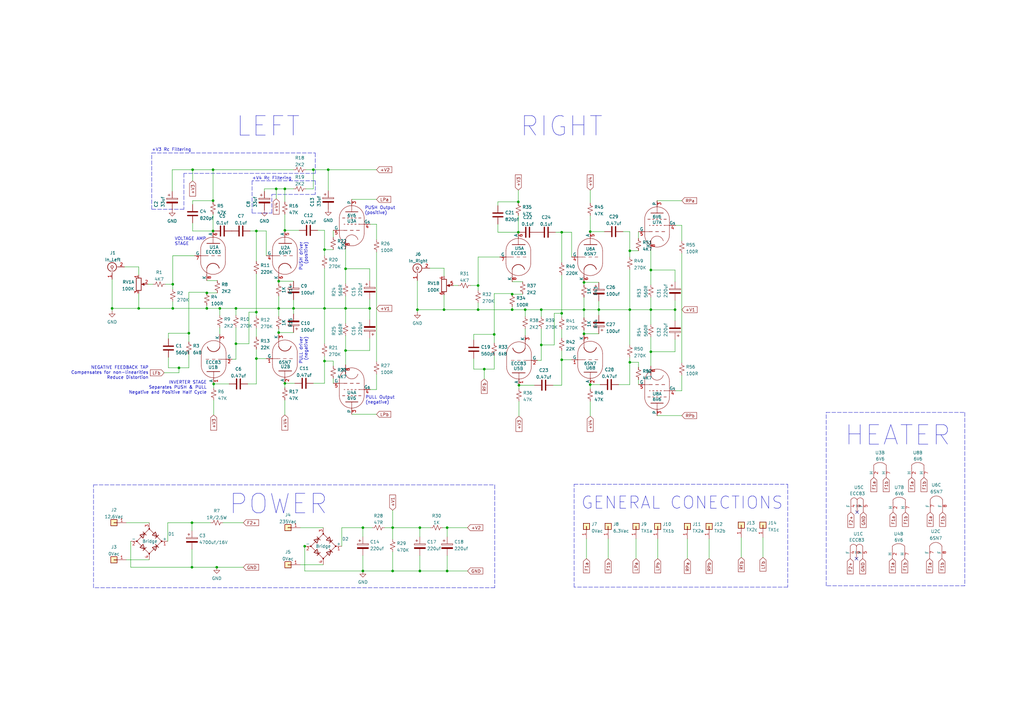
<source format=kicad_sch>
(kicad_sch (version 20211123) (generator eeschema)
  (paper "A3")
  (junction (at 78.994 69.596))
  (junction (at 242.062 94.996))
  (junction (at 266.954 110.744))
  (junction (at 230.378 147.574))
  (junction (at 258.318 127))
  (junction (at 245.618 127))
  (junction (at 239.522 127))
  (junction (at 215.392 127))
  (junction (at 116.84 94.488))
  (junction (at 230.378 95.25))
  (junction (at 70.866 126.492))
  (junction (at 78.74 214.376))
  (junction (at 133.096 148.082))
  (junction (at 221.996 141.478))
  (junction (at 116.84 157.226))
  (junction (at 221.996 127))
  (junction (at 171.196 127))
  (junction (at 56.896 126.492))
  (junction (at 239.522 115.824))
  (junction (at 96.774 126.492))
  (junction (at 161.036 216.408))
  (junction (at 210.058 127))
  (junction (at 133.096 102.362))
  (junction (at 148.844 216.408))
  (junction (at 128.524 69.596))
  (junction (at 151.638 126.492))
  (junction (at 77.47 136.652))
  (junction (at 105.156 147.066))
  (junction (at 258.318 102.87))
  (junction (at 183.388 216.408))
  (junction (at 196.088 127))
  (junction (at 96.774 140.97))
  (junction (at 212.598 82.804))
  (junction (at 212.598 95.25))
  (junction (at 212.852 157.988))
  (junction (at 116.84 77.47))
  (junction (at 73.406 150.876))
  (junction (at 141.732 110.236))
  (junction (at 198.628 151.384))
  (junction (at 114.3 136.398))
  (junction (at 239.522 136.906))
  (junction (at 70.866 116.586))
  (junction (at 134.62 69.596))
  (junction (at 84.836 126.492))
  (junction (at 196.088 117.094))
  (junction (at 141.732 143.764))
  (junction (at 148.844 234.188))
  (junction (at 105.156 128.016))
  (junction (at 182.118 127))
  (junction (at 113.284 77.47))
  (junction (at 87.63 157.48))
  (junction (at 45.974 126.492))
  (junction (at 114.3 115.316))
  (junction (at 210.058 120.65))
  (junction (at 87.376 94.742))
  (junction (at 90.17 126.492))
  (junction (at 114.3 126.492))
  (junction (at 133.096 126.492))
  (junction (at 120.396 126.492))
  (junction (at 88.9 232.664))
  (junction (at 202.692 137.16))
  (junction (at 172.212 234.188))
  (junction (at 84.836 120.142))
  (junction (at 87.376 69.596))
  (junction (at 242.062 157.734))
  (junction (at 172.212 216.408))
  (junction (at 276.86 127))
  (junction (at 87.376 82.296))
  (junction (at 141.732 126.492))
  (junction (at 78.74 232.664))
  (junction (at 266.954 144.272))
  (junction (at 266.954 127))
  (junction (at 258.318 148.59))
  (junction (at 105.156 94.742))
  (junction (at 124.968 224.028))
  (junction (at 230.378 128.524))
  (junction (at 183.388 234.188))
  (junction (at 161.036 234.188))
  (no_connect (at 351.536 210.058))
  (no_connect (at 351.282 229.108))
  (wire (pts (xy 67.818 116.586) (xy 70.866 116.586)))
  (wire (pts (xy 151.638 138.684) (xy 151.638 143.764)))
  (wire (pts (xy 113.284 77.47) (xy 116.84 77.47)))
  (wire (pts (xy 247.904 94.996) (xy 242.062 94.996)))
  (wire (pts (xy 105.156 107.188) (xy 105.156 94.742)))
  (wire (pts (xy 133.096 157.226) (xy 133.096 148.082)))
  (wire (pts (xy 148.844 234.188) (xy 161.036 234.188)))
  (wire (pts (xy 245.618 127) (xy 258.318 127)))
  (wire (pts (xy 148.844 216.408) (xy 148.844 220.218)))
  (wire (pts (xy 133.096 94.488) (xy 133.096 102.362)))
  (wire (pts (xy 261.874 155.702) (xy 261.874 157.734)))
  (wire (pts (xy 204.216 91.948) (xy 204.216 95.25)))
  (wire (pts (xy 221.996 127) (xy 221.996 129.794)))
  (wire (pts (xy 260.858 220.98) (xy 260.858 229.108)))
  (wire (pts (xy 230.378 143.764) (xy 230.378 147.574)))
  (wire (pts (xy 90.17 126.492) (xy 96.774 126.492)))
  (wire (pts (xy 154.432 103.378) (xy 154.432 148.336)))
  (wire (pts (xy 210.058 120.396) (xy 202.692 120.396)))
  (wire (pts (xy 45.974 126.492) (xy 56.896 126.492)))
  (wire (pts (xy 120.396 126.492) (xy 120.396 128.778)))
  (wire (pts (xy 221.996 134.874) (xy 221.996 141.478)))
  (polyline (pts (xy 323.088 240.792) (xy 235.458 240.792)))
  (wire (pts (xy 181.61 216.408) (xy 183.388 216.408)))
  (wire (pts (xy 276.86 115.57) (xy 276.86 110.744)))
  (polyline (pts (xy 395.732 169.164) (xy 395.732 240.284)))
  (wire (pts (xy 281.94 220.98) (xy 281.94 229.108)))
  (wire (pts (xy 198.628 151.384) (xy 198.628 155.448)))
  (wire (pts (xy 183.388 216.408) (xy 191.77 216.408)))
  (wire (pts (xy 87.376 69.596) (xy 120.396 69.596)))
  (wire (pts (xy 73.406 150.876) (xy 73.406 152.908)))
  (wire (pts (xy 78.994 82.296) (xy 78.994 83.82)))
  (wire (pts (xy 128.524 69.596) (xy 125.476 69.596)))
  (wire (pts (xy 258.318 127) (xy 266.954 127)))
  (polyline (pts (xy 38.354 241.046) (xy 38.354 198.882)))
  (wire (pts (xy 78.994 69.596) (xy 78.994 74.168)))
  (wire (pts (xy 86.36 214.376) (xy 78.74 214.376)))
  (wire (pts (xy 258.318 105.41) (xy 258.318 102.87)))
  (wire (pts (xy 114.3 115.316) (xy 114.3 115.062)))
  (wire (pts (xy 239.522 121.92) (xy 239.522 127)))
  (polyline (pts (xy 235.458 198.628) (xy 323.088 198.628)))
  (polyline (pts (xy 111.506 87.376) (xy 111.506 79.756)))
  (wire (pts (xy 239.522 127) (xy 245.618 127)))
  (wire (pts (xy 87.63 164.084) (xy 87.63 170.18)))
  (wire (pts (xy 226.822 157.988) (xy 230.378 157.988)))
  (wire (pts (xy 105.156 143.256) (xy 105.156 147.066)))
  (wire (pts (xy 105.156 112.268) (xy 105.156 128.016)))
  (wire (pts (xy 230.378 95.25) (xy 227.838 95.25)))
  (wire (pts (xy 258.318 148.59) (xy 258.318 146.558)))
  (wire (pts (xy 245.618 123.444) (xy 245.618 127)))
  (wire (pts (xy 84.836 119.888) (xy 77.47 119.888)))
  (wire (pts (xy 120.396 115.316) (xy 114.3 115.316)))
  (wire (pts (xy 87.376 69.596) (xy 87.376 82.296)))
  (wire (pts (xy 312.928 220.472) (xy 312.928 228.6)))
  (wire (pts (xy 77.47 136.652) (xy 77.47 140.208)))
  (wire (pts (xy 109.22 104.902) (xy 109.22 94.742)))
  (wire (pts (xy 125.476 77.47) (xy 128.524 77.47)))
  (wire (pts (xy 276.86 139.192) (xy 276.86 144.272)))
  (wire (pts (xy 261.874 148.59) (xy 258.318 148.59)))
  (wire (pts (xy 116.84 157.226) (xy 120.904 157.226)))
  (wire (pts (xy 269.494 82.296) (xy 279.654 82.296)))
  (wire (pts (xy 196.088 127) (xy 210.058 127)))
  (wire (pts (xy 114.3 134.874) (xy 114.3 136.398)))
  (wire (pts (xy 70.866 126.492) (xy 70.866 123.698)))
  (wire (pts (xy 60.706 116.586) (xy 62.738 116.586)))
  (wire (pts (xy 133.096 126.492) (xy 133.096 140.97)))
  (wire (pts (xy 96.774 126.492) (xy 114.3 126.492)))
  (wire (pts (xy 133.096 109.982) (xy 133.096 126.492)))
  (wire (pts (xy 279.654 92.456) (xy 277.114 92.456)))
  (wire (pts (xy 141.732 126.492) (xy 151.638 126.492)))
  (wire (pts (xy 96.774 134.366) (xy 96.774 140.97)))
  (wire (pts (xy 69.088 150.876) (xy 73.406 150.876)))
  (wire (pts (xy 68.834 214.376) (xy 68.834 221.996)))
  (wire (pts (xy 144.272 81.788) (xy 154.432 81.788)))
  (wire (pts (xy 70.612 78.486) (xy 70.612 69.596)))
  (polyline (pts (xy 75.438 71.12) (xy 75.438 85.852)))
  (wire (pts (xy 239.522 136.906) (xy 239.522 137.414)))
  (wire (pts (xy 141.732 143.764) (xy 141.732 149.606)))
  (wire (pts (xy 196.088 127) (xy 196.088 124.206)))
  (wire (pts (xy 101.6 157.48) (xy 105.156 157.48)))
  (wire (pts (xy 266.954 127) (xy 266.954 133.096)))
  (wire (pts (xy 120.396 122.936) (xy 120.396 126.492)))
  (wire (pts (xy 258.318 94.996) (xy 258.318 102.87)))
  (wire (pts (xy 99.822 232.664) (xy 88.9 232.664)))
  (wire (pts (xy 122.682 94.488) (xy 116.84 94.488)))
  (wire (pts (xy 215.392 134.874) (xy 215.392 137.668)))
  (wire (pts (xy 212.852 157.988) (xy 219.202 157.988)))
  (wire (pts (xy 227.33 128.524) (xy 227.33 141.478)))
  (wire (pts (xy 242.062 77.978) (xy 242.062 83.312)))
  (wire (pts (xy 204.978 105.41) (xy 196.088 105.41)))
  (polyline (pts (xy 395.732 240.284) (xy 338.836 240.284)))
  (wire (pts (xy 172.212 234.188) (xy 183.388 234.188)))
  (wire (pts (xy 116.84 164.084) (xy 116.84 170.18)))
  (wire (pts (xy 212.852 157.988) (xy 212.852 159.512)))
  (wire (pts (xy 78.994 91.44) (xy 78.994 94.742)))
  (wire (pts (xy 210.058 120.65) (xy 214.376 120.65)))
  (wire (pts (xy 133.096 126.492) (xy 141.732 126.492)))
  (wire (pts (xy 230.378 128.524) (xy 227.33 128.524)))
  (wire (pts (xy 212.852 164.592) (xy 212.852 170.688)))
  (wire (pts (xy 90.17 134.366) (xy 90.17 137.16)))
  (wire (pts (xy 230.378 112.776) (xy 230.378 128.524)))
  (wire (pts (xy 161.036 226.314) (xy 161.036 234.188)))
  (wire (pts (xy 183.388 216.408) (xy 183.388 220.218)))
  (wire (pts (xy 120.396 126.492) (xy 133.096 126.492)))
  (wire (pts (xy 116.84 77.47) (xy 120.396 77.47)))
  (wire (pts (xy 161.036 234.188) (xy 172.212 234.188)))
  (wire (pts (xy 154.432 91.948) (xy 151.892 91.948)))
  (wire (pts (xy 266.954 138.176) (xy 266.954 144.272)))
  (wire (pts (xy 105.156 134.62) (xy 105.156 138.176)))
  (wire (pts (xy 114.3 126.492) (xy 114.3 129.794)))
  (wire (pts (xy 56.896 120.396) (xy 56.896 126.492)))
  (wire (pts (xy 171.196 115.062) (xy 171.196 127)))
  (wire (pts (xy 239.522 135.382) (xy 239.522 136.906)))
  (wire (pts (xy 123.19 216.408) (xy 132.588 216.408)))
  (wire (pts (xy 258.318 157.734) (xy 258.318 148.59)))
  (wire (pts (xy 276.86 110.744) (xy 266.954 110.744)))
  (wire (pts (xy 87.376 82.296) (xy 78.994 82.296)))
  (wire (pts (xy 242.062 157.734) (xy 242.062 159.512)))
  (wire (pts (xy 130.302 94.488) (xy 133.096 94.488)))
  (wire (pts (xy 70.612 69.596) (xy 78.994 69.596)))
  (wire (pts (xy 266.954 144.272) (xy 266.954 150.114)))
  (wire (pts (xy 227.33 141.478) (xy 221.996 141.478)))
  (wire (pts (xy 124.968 223.774) (xy 124.968 224.028)))
  (wire (pts (xy 53.594 232.664) (xy 78.74 232.664)))
  (wire (pts (xy 242.062 94.996) (xy 242.062 95.25)))
  (wire (pts (xy 212.598 77.978) (xy 212.598 82.804)))
  (wire (pts (xy 144.272 169.926) (xy 154.432 169.926)))
  (wire (pts (xy 266.954 121.92) (xy 266.954 127)))
  (polyline (pts (xy 202.946 198.882) (xy 202.946 241.046)))
  (wire (pts (xy 84.836 126.492) (xy 90.17 126.492)))
  (wire (pts (xy 116.84 94.488) (xy 116.84 94.742)))
  (wire (pts (xy 230.378 157.988) (xy 230.378 147.574)))
  (wire (pts (xy 245.618 127) (xy 245.618 129.286)))
  (wire (pts (xy 269.494 170.434) (xy 279.654 170.434)))
  (wire (pts (xy 210.058 127) (xy 215.392 127)))
  (wire (pts (xy 84.836 115.062) (xy 89.154 115.062)))
  (polyline (pts (xy 129.286 62.738) (xy 129.286 71.12)))
  (polyline (pts (xy 103.378 87.376) (xy 111.506 87.376)))
  (wire (pts (xy 183.388 234.188) (xy 183.388 227.838)))
  (wire (pts (xy 182.118 127) (xy 196.088 127)))
  (wire (pts (xy 114.3 121.412) (xy 114.3 126.492)))
  (wire (pts (xy 70.866 104.902) (xy 70.866 116.586)))
  (wire (pts (xy 56.896 109.474) (xy 56.896 112.776)))
  (wire (pts (xy 242.062 88.392) (xy 242.062 94.996)))
  (wire (pts (xy 148.844 216.408) (xy 152.654 216.408)))
  (wire (pts (xy 116.84 77.47) (xy 116.84 82.804)))
  (wire (pts (xy 161.036 216.408) (xy 161.036 221.234)))
  (wire (pts (xy 51.816 214.376) (xy 61.214 214.376)))
  (wire (pts (xy 194.31 147.066) (xy 194.31 151.384)))
  (wire (pts (xy 105.156 128.016) (xy 102.108 128.016)))
  (wire (pts (xy 53.594 221.996) (xy 53.594 232.664)))
  (wire (pts (xy 258.318 110.49) (xy 258.318 127)))
  (wire (pts (xy 133.096 102.362) (xy 136.652 102.362)))
  (wire (pts (xy 151.638 126.492) (xy 151.638 131.064)))
  (wire (pts (xy 221.996 141.478) (xy 221.996 147.828)))
  (wire (pts (xy 266.954 110.744) (xy 266.954 116.84)))
  (wire (pts (xy 161.036 209.296) (xy 161.036 216.408)))
  (wire (pts (xy 114.3 126.492) (xy 120.396 126.492)))
  (wire (pts (xy 242.062 164.592) (xy 242.062 170.688)))
  (wire (pts (xy 154.432 159.766) (xy 151.892 159.766)))
  (wire (pts (xy 230.378 147.574) (xy 234.442 147.574)))
  (polyline (pts (xy 62.23 62.738) (xy 129.286 62.738)))
  (wire (pts (xy 78.994 69.596) (xy 87.376 69.596)))
  (wire (pts (xy 109.22 94.742) (xy 105.156 94.742)))
  (wire (pts (xy 151.638 110.236) (xy 141.732 110.236)))
  (wire (pts (xy 102.108 128.016) (xy 102.108 140.97)))
  (wire (pts (xy 171.196 127) (xy 171.196 128.016)))
  (wire (pts (xy 45.974 126.492) (xy 45.974 127.508)))
  (wire (pts (xy 87.63 157.48) (xy 93.98 157.48)))
  (wire (pts (xy 212.598 88.392) (xy 212.598 95.25)))
  (wire (pts (xy 239.522 127) (xy 239.522 130.302)))
  (wire (pts (xy 124.968 234.188) (xy 148.844 234.188)))
  (wire (pts (xy 269.748 220.98) (xy 269.748 229.108)))
  (wire (pts (xy 78.994 94.742) (xy 87.376 94.742)))
  (wire (pts (xy 249.428 220.98) (xy 249.428 229.108)))
  (wire (pts (xy 255.524 94.996) (xy 258.318 94.996)))
  (wire (pts (xy 96.774 140.97) (xy 96.774 147.32)))
  (wire (pts (xy 239.522 115.824) (xy 239.522 116.84)))
  (polyline (pts (xy 338.836 240.284) (xy 338.836 169.164)))
  (wire (pts (xy 105.156 128.016) (xy 105.156 129.54)))
  (wire (pts (xy 51.054 109.474) (xy 56.896 109.474)))
  (wire (pts (xy 221.996 127) (xy 239.522 127)))
  (polyline (pts (xy 338.836 169.164) (xy 395.732 169.164)))
  (wire (pts (xy 84.836 125.222) (xy 84.836 126.492)))
  (wire (pts (xy 261.874 94.996) (xy 261.874 97.79)))
  (wire (pts (xy 140.208 224.028) (xy 140.208 216.408)))
  (wire (pts (xy 45.974 114.554) (xy 45.974 126.492)))
  (wire (pts (xy 69.088 146.558) (xy 69.088 150.876)))
  (polyline (pts (xy 129.286 71.12) (xy 75.438 71.12)))
  (wire (pts (xy 67.31 152.908) (xy 73.406 152.908)))
  (wire (pts (xy 230.378 107.696) (xy 230.378 95.25)))
  (polyline (pts (xy 129.286 74.168) (xy 103.378 74.168)))
  (wire (pts (xy 136.652 94.488) (xy 136.652 97.282)))
  (wire (pts (xy 172.212 216.408) (xy 172.212 220.218)))
  (polyline (pts (xy 111.506 79.756) (xy 129.286 79.756)))
  (wire (pts (xy 212.598 83.312) (xy 212.598 82.804)))
  (wire (pts (xy 84.836 120.142) (xy 89.154 120.142)))
  (wire (pts (xy 114.3 115.316) (xy 114.3 116.332)))
  (wire (pts (xy 185.928 117.094) (xy 187.96 117.094)))
  (wire (pts (xy 105.156 94.742) (xy 102.616 94.742)))
  (polyline (pts (xy 103.378 74.168) (xy 103.378 87.376)))
  (wire (pts (xy 69.088 138.938) (xy 69.088 136.652)))
  (wire (pts (xy 77.47 119.888) (xy 77.47 136.652)))
  (wire (pts (xy 77.47 150.876) (xy 77.47 145.288)))
  (wire (pts (xy 90.17 126.492) (xy 90.17 129.286)))
  (wire (pts (xy 133.096 104.902) (xy 133.096 102.362)))
  (wire (pts (xy 215.392 127) (xy 215.392 129.794)))
  (wire (pts (xy 279.654 153.924) (xy 279.654 160.274)))
  (wire (pts (xy 128.524 157.226) (xy 133.096 157.226)))
  (wire (pts (xy 136.652 150.114) (xy 136.652 148.082)))
  (wire (pts (xy 245.618 115.824) (xy 239.522 115.824)))
  (wire (pts (xy 141.732 126.492) (xy 141.732 132.588)))
  (wire (pts (xy 124.968 224.028) (xy 124.968 234.188)))
  (wire (pts (xy 193.04 117.094) (xy 196.088 117.094)))
  (wire (pts (xy 113.284 77.47) (xy 113.284 81.534)))
  (wire (pts (xy 220.472 147.828) (xy 221.996 147.828)))
  (wire (pts (xy 87.376 82.804) (xy 87.376 82.296)))
  (wire (pts (xy 276.86 127) (xy 276.86 131.572)))
  (wire (pts (xy 196.088 117.094) (xy 196.088 119.126)))
  (wire (pts (xy 182.118 120.904) (xy 182.118 127)))
  (wire (pts (xy 204.216 82.804) (xy 204.216 84.328)))
  (wire (pts (xy 196.088 105.41) (xy 196.088 117.094)))
  (wire (pts (xy 266.954 102.616) (xy 266.954 110.744)))
  (wire (pts (xy 151.638 115.062) (xy 151.638 110.236)))
  (wire (pts (xy 194.31 139.446) (xy 194.31 137.16)))
  (wire (pts (xy 148.844 227.838) (xy 148.844 234.188)))
  (wire (pts (xy 172.212 216.408) (xy 176.53 216.408)))
  (wire (pts (xy 230.378 128.524) (xy 230.378 130.048)))
  (wire (pts (xy 136.652 148.082) (xy 133.096 148.082)))
  (wire (pts (xy 261.874 150.622) (xy 261.874 148.59)))
  (polyline (pts (xy 62.23 85.852) (xy 62.23 62.738)))
  (wire (pts (xy 194.31 137.16) (xy 202.692 137.16)))
  (wire (pts (xy 202.692 137.16) (xy 202.692 140.716)))
  (wire (pts (xy 134.62 69.596) (xy 154.432 69.596)))
  (wire (pts (xy 279.654 98.806) (xy 279.654 92.456)))
  (wire (pts (xy 239.522 115.824) (xy 239.522 115.57)))
  (polyline (pts (xy 235.458 240.792) (xy 235.458 198.628)))
  (wire (pts (xy 210.058 125.73) (xy 210.058 127)))
  (wire (pts (xy 154.432 98.298) (xy 154.432 91.948)))
  (wire (pts (xy 116.84 157.226) (xy 116.84 159.004)))
  (wire (pts (xy 204.216 95.25) (xy 212.598 95.25)))
  (wire (pts (xy 210.058 120.396) (xy 210.058 120.65)))
  (wire (pts (xy 141.732 102.108) (xy 141.732 110.236)))
  (wire (pts (xy 171.196 127) (xy 182.118 127)))
  (polyline (pts (xy 75.438 85.852) (xy 62.23 85.852)))
  (wire (pts (xy 157.734 216.408) (xy 161.036 216.408)))
  (wire (pts (xy 116.84 87.884) (xy 116.84 94.488)))
  (wire (pts (xy 230.378 135.128) (xy 230.378 138.684)))
  (wire (pts (xy 202.692 120.396) (xy 202.692 137.16)))
  (wire (pts (xy 108.458 77.47) (xy 113.284 77.47)))
  (polyline (pts (xy 323.088 198.628) (xy 323.088 240.792)))
  (wire (pts (xy 258.318 102.87) (xy 261.874 102.87)))
  (wire (pts (xy 73.406 150.876) (xy 77.47 150.876)))
  (polyline (pts (xy 129.286 74.168) (xy 129.286 79.756)))
  (wire (pts (xy 304.038 220.472) (xy 304.038 228.6)))
  (wire (pts (xy 172.212 227.838) (xy 172.212 234.188)))
  (wire (pts (xy 240.538 220.98) (xy 240.538 229.108)))
  (wire (pts (xy 141.732 137.668) (xy 141.732 143.764)))
  (wire (pts (xy 108.458 78.486) (xy 108.458 77.47)))
  (wire (pts (xy 239.522 136.906) (xy 245.618 136.906)))
  (wire (pts (xy 78.74 214.376) (xy 68.834 214.376)))
  (wire (pts (xy 276.86 144.272) (xy 266.954 144.272)))
  (wire (pts (xy 70.866 126.492) (xy 84.836 126.492)))
  (wire (pts (xy 128.524 77.47) (xy 128.524 69.596)))
  (wire (pts (xy 69.088 136.652) (xy 77.47 136.652)))
  (wire (pts (xy 154.432 153.416) (xy 154.432 159.766)))
  (wire (pts (xy 79.756 104.902) (xy 70.866 104.902)))
  (wire (pts (xy 114.3 136.398) (xy 120.396 136.398)))
  (wire (pts (xy 141.732 121.412) (xy 141.732 126.492)))
  (wire (pts (xy 123.19 231.648) (xy 132.588 231.648)))
  (wire (pts (xy 276.86 123.19) (xy 276.86 127)))
  (wire (pts (xy 198.628 151.384) (xy 202.692 151.384)))
  (wire (pts (xy 95.25 147.32) (xy 96.774 147.32)))
  (wire (pts (xy 105.156 147.066) (xy 109.22 147.066)))
  (wire (pts (xy 176.276 109.982) (xy 182.118 109.982)))
  (wire (pts (xy 212.598 82.804) (xy 204.216 82.804)))
  (wire (pts (xy 290.83 220.98) (xy 290.83 229.108)))
  (wire (pts (xy 210.058 115.57) (xy 214.376 115.57)))
  (wire (pts (xy 87.376 87.884) (xy 87.376 94.742)))
  (wire (pts (xy 56.896 126.492) (xy 70.866 126.492)))
  (wire (pts (xy 114.3 136.398) (xy 114.3 136.906)))
  (wire (pts (xy 134.62 78.232) (xy 134.62 69.596)))
  (wire (pts (xy 151.638 143.764) (xy 141.732 143.764)))
  (wire (pts (xy 161.036 216.408) (xy 172.212 216.408)))
  (wire (pts (xy 183.388 234.188) (xy 191.77 234.188)))
  (wire (pts (xy 234.442 95.25) (xy 230.378 95.25)))
  (wire (pts (xy 279.654 160.274) (xy 277.114 160.274)))
  (wire (pts (xy 234.442 105.41) (xy 234.442 95.25)))
  (wire (pts (xy 96.774 126.492) (xy 96.774 129.286)))
  (wire (pts (xy 141.732 110.236) (xy 141.732 116.332)))
  (wire (pts (xy 279.654 103.886) (xy 279.654 148.844)))
  (wire (pts (xy 182.118 109.982) (xy 182.118 113.284)))
  (wire (pts (xy 242.062 157.734) (xy 246.126 157.734)))
  (wire (pts (xy 51.816 229.616) (xy 61.214 229.616)))
  (wire (pts (xy 194.31 151.384) (xy 198.628 151.384)))
  (wire (pts (xy 91.44 214.376) (xy 99.822 214.376)))
  (wire (pts (xy 202.692 151.384) (xy 202.692 145.796)))
  (wire (pts (xy 134.62 69.596) (xy 128.524 69.596)))
  (wire (pts (xy 253.746 157.734) (xy 258.318 157.734)))
  (wire (pts (xy 87.63 157.48) (xy 87.63 159.004)))
  (wire (pts (xy 105.156 157.48) (xy 105.156 147.066)))
  (wire (pts (xy 88.9 232.664) (xy 78.74 232.664)))
  (polyline (pts (xy 202.946 241.046) (xy 38.354 241.046)))
  (wire (pts (xy 136.652 155.194) (xy 136.652 157.226)))
  (wire (pts (xy 78.74 225.298) (xy 78.74 232.664)))
  (wire (pts (xy 78.74 214.376) (xy 78.74 217.678)))
  (wire (pts (xy 215.392 127) (xy 221.996 127)))
  (wire (pts (xy 84.836 119.888) (xy 84.836 120.142)))
  (wire (pts (xy 266.954 127) (xy 276.86 127)))
  (wire (pts (xy 151.638 122.682) (xy 151.638 126.492)))
  (wire (pts (xy 70.866 116.586) (xy 70.866 118.618)))
  (wire (pts (xy 102.108 140.97) (xy 96.774 140.97)))
  (wire (pts (xy 140.208 216.408) (xy 148.844 216.408)))
  (wire (pts (xy 258.318 127) (xy 258.318 141.478)))
  (polyline (pts (xy 38.354 198.882) (xy 202.946 198.882)))
  (wire (pts (xy 133.096 148.082) (xy 133.096 146.05)))
  (text "GENERAL CONECTIONS\n" (at 238.252 209.296 0) (effects (font (size 5 5)) (justify left bottom)))
  (text "+V4 Rc Filtering" (at 103.378 73.914 0) (effects (font (size 1.27 1.27)) (justify left bottom)))
  (text "INVERTER STAGE\nSeparates PUSH & PULL\nNegative and Positive Half Cycle" (at 84.836 161.798 0) (effects (font (size 1.27 1.27)) (justify right bottom)))
  (text "RIGHT\n" (at 213.106 56.642 0) (effects (font (size 8 8)) (justify left bottom)))
  (text "VOLTAGE AMP\nSTAGE" (at 71.628 100.838 0) (effects (font (size 1.27 1.27)) (justify left bottom)))
  (text "POWER" (at 93.726 211.582 0) (effects (font (size 8 8)) (justify left bottom)))
  (text "PUSH driver\n(positive)" (at 126.238 99.314 270) (effects (font (size 1.27 1.27)) (justify right bottom)))
  (text "PUSH Output\n(positive)" (at 149.606 88.138 0) (effects (font (size 1.27 1.27)) (justify left bottom)))
  (text "NEGATIVE FEEDBACK TAP\nCompensates for non-linearities\nReduce Distortion" (at 60.96 155.702 0) (effects (font (size 1.27 1.27)) (justify right bottom)))
  (text "PULL driver\n(negative)" (at 126.238 138.176 270) (effects (font (size 1.27 1.27)) (justify right bottom)))
  (text "PULL Output\n(negative)" (at 149.86 165.862 0) (effects (font (size 1.27 1.27)) (justify left bottom)))
  (text "LEFT\n" (at 96.52 56.642 0) (effects (font (size 8 8)) (justify left bottom)))
  (text "+V3 Rc Filtering" (at 62.23 62.23 0) (effects (font (size 1.27 1.27)) (justify left bottom)))
  (text "HEATER" (at 346.202 183.388 0) (effects (font (size 8 8)) (justify left bottom)))
  (global_label "F1b" (shape input) (at 363.474 195.834 270) (property "Intersheet References" "${INTERSHEET_REFS}" (effects hide)))
  (global_label "F1a" (shape input) (at 240.538 229.108 270) (property "Intersheet References" "${INTERSHEET_REFS}" (effects hide)))
  (global_label "RPb" (shape input) (at 279.654 170.434 0) (property "Intersheet References" "${INTERSHEET_REFS}" (effects hide)))
  (global_label "GND" (shape input) (at 353.822 229.108 270) (property "Intersheet References" "${INTERSHEET_REFS}" (effects hide)))
  (global_label "F1b" (shape input) (at 378.968 195.834 270) (property "Intersheet References" "${INTERSHEET_REFS}" (effects hide)))
  (global_label "F1a" (shape input) (at 381.254 229.108 270) (property "Intersheet References" "${INTERSHEET_REFS}" (effects hide)))
  (global_label "F1b" (shape input) (at 386.334 229.108 270) (property "Intersheet References" "${INTERSHEET_REFS}" (effects hide)))
  (global_label "F1b" (shape input) (at 386.588 210.058 270) (property "Intersheet References" "${INTERSHEET_REFS}" (effects hide)))
  (global_label "GND" (shape input) (at 99.822 232.664 0) (property "Intersheet References" "${INTERSHEET_REFS}" (effects hide)))
  (global_label "F1a" (shape input) (at 366.268 210.058 270) (property "Intersheet References" "${INTERSHEET_REFS}" (effects hide)))
  (global_label "+V4" (shape input) (at 242.062 77.978 90) (property "Intersheet References" "${INTERSHEET_REFS}" (effects hide)))
  (global_label "F2+" (shape input) (at 348.996 210.058 270) (property "Intersheet References" "${INTERSHEET_REFS}" (effects hide)))
  (global_label "RFb" (shape input) (at 304.038 228.6 270) (property "Intersheet References" "${INTERSHEET_REFS}" (effects hide)))
  (global_label "F1a" (shape input) (at 366.014 229.108 270) (property "Intersheet References" "${INTERSHEET_REFS}" (effects hide)))
  (global_label "+V1" (shape input) (at 154.432 126.492 0) (property "Intersheet References" "${INTERSHEET_REFS}" (effects hide)))
  (global_label "LFb" (shape input) (at 312.928 228.6 270) (property "Intersheet References" "${INTERSHEET_REFS}" (effects hide)))
  (global_label "+V3" (shape input) (at 212.852 170.688 270) (property "Intersheet References" "${INTERSHEET_REFS}" (effects hide)))
  (global_label "RPa" (shape input) (at 279.654 82.296 0) (property "Intersheet References" "${INTERSHEET_REFS}" (effects hide)))
  (global_label "F2+" (shape input) (at 99.822 214.376 0) (property "Intersheet References" "${INTERSHEET_REFS}" (effects hide)))
  (global_label "+V4" (shape input) (at 116.84 170.18 270) (property "Intersheet References" "${INTERSHEET_REFS}" (effects hide)))
  (global_label "+V4" (shape input) (at 113.284 81.534 270) (property "Intersheet References" "${INTERSHEET_REFS}" (effects hide)))
  (global_label "+V3" (shape input) (at 87.63 170.18 270) (property "Intersheet References" "${INTERSHEET_REFS}" (effects hide)))
  (global_label "LPa" (shape input) (at 260.858 229.108 270) (property "Intersheet References" "${INTERSHEET_REFS}" (effects hide)))
  (global_label "+V3" (shape input) (at 78.994 74.168 270) (property "Intersheet References" "${INTERSHEET_REFS}" (effects hide)))
  (global_label "F1b" (shape input) (at 249.428 229.108 270) (property "Intersheet References" "${INTERSHEET_REFS}" (effects hide)))
  (global_label "+V2" (shape input) (at 191.77 216.408 0) (property "Intersheet References" "${INTERSHEET_REFS}" (effects hide)))
  (global_label "LFb" (shape input) (at 67.31 152.908 180) (property "Intersheet References" "${INTERSHEET_REFS}" (effects hide)))
  (global_label "F1a" (shape input) (at 373.888 195.834 270) (property "Intersheet References" "${INTERSHEET_REFS}" (effects hide)))
  (global_label "GND" (shape input) (at 191.77 234.188 0) (property "Intersheet References" "${INTERSHEET_REFS}" (effects hide)))
  (global_label "+V4" (shape input) (at 242.062 170.688 270) (property "Intersheet References" "${INTERSHEET_REFS}" (effects hide)))
  (global_label "F2+" (shape input) (at 348.742 229.108 270) (property "Intersheet References" "${INTERSHEET_REFS}" (effects hide)))
  (global_label "F1b" (shape input) (at 371.094 229.108 270) (property "Intersheet References" "${INTERSHEET_REFS}" (effects hide)))
  (global_label "+V3" (shape input) (at 212.598 77.978 90) (property "Intersheet References" "${INTERSHEET_REFS}" (effects hide)))
  (global_label "F1a" (shape input) (at 381.508 210.058 270) (property "Intersheet References" "${INTERSHEET_REFS}" (effects hide)))
  (global_label "F1a" (shape input) (at 358.394 195.834 270) (property "Intersheet References" "${INTERSHEET_REFS}" (effects hide)))
  (global_label "RFb" (shape input) (at 198.628 155.448 270) (property "Intersheet References" "${INTERSHEET_REFS}" (effects hide)))
  (global_label "RPb" (shape input) (at 290.83 229.108 270) (property "Intersheet References" "${INTERSHEET_REFS}" (effects hide)))
  (global_label "+V1" (shape input) (at 279.654 127 0) (property "Intersheet References" "${INTERSHEET_REFS}" (effects hide)))
  (global_label "+V2" (shape input) (at 154.432 69.596 0) (property "Intersheet References" "${INTERSHEET_REFS}" (effects hide)))
  (global_label "LPa" (shape input) (at 154.432 81.788 0) (property "Intersheet References" "${INTERSHEET_REFS}" (effects hide)))
  (global_label "RPa" (shape input) (at 281.94 229.108 270) (property "Intersheet References" "${INTERSHEET_REFS}" (effects hide)))
  (global_label "LPb" (shape input) (at 269.748 229.108 270) (property "Intersheet References" "${INTERSHEET_REFS}" (effects hide)))
  (global_label "LPb" (shape input) (at 154.432 169.926 0) (property "Intersheet References" "${INTERSHEET_REFS}" (effects hide)))
  (global_label "F1b" (shape input) (at 371.348 210.058 270) (property "Intersheet References" "${INTERSHEET_REFS}" (effects hide)))
  (global_label "GND" (shape input) (at 354.076 210.058 270) (property "Intersheet References" "${INTERSHEET_REFS}" (effects hide)))
  (global_label "+V1" (shape input) (at 161.036 209.296 90) (property "Intersheet References" "${INTERSHEET_REFS}" (effects hide)))
  (symbol (lib_id "Device:C_Polarized") (at 276.86 119.38 0) (unit 1)
    (property "Reference" "C31" (at 270.256 122.174 90) (effects (justify left)))
    (property "Value" "220uf" (at 273.0311 122.174 90) (effects (justify left)))
    (property "Footprint" "Capacitor_THT:CP_Radial_D10.0mm_P5.00mm_P7.50mm" (effects hide))
  )
  (symbol (lib_id "Device:R_Small_US") (at 154.432 100.838 0) (unit 1)
    (property "Reference" "R26" (at 156.083 99.9295 0) (effects (justify left)))
    (property "Value" "100R" (at 156.083 102.7046 0) (effects (justify left)))
    (property "Footprint" "Resistor_THT:R_Axial_DIN0414_L11.9mm_D4.5mm_P15.24mm_Horizontal" (effects hide))
  )
  (symbol (lib_id "Device:R_Small_US") (at 202.692 143.256 0) (unit 1)
    (property "Reference" "R33" (at 204.343 142.3475 0) (effects (justify left)))
    (property "Value" "6k8" (at 204.343 145.1226 0) (effects (justify left)))
    (property "Footprint" "Resistor_THT:R_Axial_DIN0309_L9.0mm_D3.2mm_P12.70mm_Horizontal" (effects hide))
  )
  (symbol (lib_id "Device:C") (at 251.714 94.996 90) (unit 1)
    (property "Reference" "C29" (at 251.714 88.8705 90))
    (property "Value" "0.47uf" (at 251.714 91.6456 90))
    (property "Footprint" "Capacitor_THT:C_Rect_L31.5mm_W9.0mm_P27.50mm_MKS4" (effects hide))
  )
  (symbol (lib_id "Device:R_Small_US") (at 133.096 143.51 180) (unit 1)
    (property "Reference" "R21" (at 134.747 142.6015 0) (effects (justify right)))
    (property "Value" "270K" (at 134.747 145.3766 0) (effects (justify right)))
    (property "Footprint" "Resistor_THT:R_Axial_DIN0309_L9.0mm_D3.2mm_P12.70mm_Horizontal" (effects hide))
  )
  (symbol (lib_id "Device:R_Small_US") (at 141.732 118.872 180) (unit 1)
    (property "Reference" "R24" (at 136.906 121.666 90) (effects (justify right)))
    (property "Value" "560R" (at 139.6811 121.666 90) (effects (justify right)))
    (property "Footprint" "Resistor_THT:R_Axial_DIN0414_L11.9mm_D4.5mm_P15.24mm_Horizontal" (effects hide))
  )
  (symbol (lib_name "6V6_1") (lib_id "Tubes:6V6") (at 368.808 199.898 0) (unit 2)
    (property "Reference" "U7" (at 368.808 199.898 0))
    (property "Value" "6V6" (at 367.03 202.438 0) (effects (justify left)))
    (property "Footprint" "Valve:Valve_Octal" (effects hide))
    (property "Datasheet" " " (effects hide))
  )
  (symbol (lib_id "Device:R_Small_US") (at 242.062 162.052 180) (unit 1)
    (property "Reference" "R46" (at 243.713 161.1435 0) (effects (justify right)))
    (property "Value" "47K" (at 243.713 163.9186 0) (effects (justify right)))
    (property "Footprint" "Resistor_THT:R_Axial_DIN0309_L9.0mm_D3.2mm_P12.70mm_Horizontal" (effects hide))
  )
  (symbol (lib_id "Device:R_Small_US") (at 230.378 132.588 180) (unit 1)
    (property "Reference" "R41" (at 232.029 131.6795 0) (effects (justify right)))
    (property "Value" "270K" (at 232.029 134.4546 0) (effects (justify right)))
    (property "Footprint" "Resistor_THT:R_Axial_DIN0309_L9.0mm_D3.2mm_P12.70mm_Horizontal" (effects hide))
  )
  (symbol (lib_id "Device:C_Polarized") (at 70.612 82.296 0) (unit 1)
    (property "Reference" "C2" (at 64.008 85.09 90) (effects (justify left)))
    (property "Value" "33uf" (at 66.7831 85.09 90) (effects (justify left)))
    (property "Footprint" "Capacitor_THT:CP_Radial_D10.0mm_P5.00mm_P7.50mm" (effects hide))
  )
  (symbol (lib_id "Device:R_Small_US") (at 122.936 69.596 270) (unit 1)
    (property "Reference" "R18" (at 122.936 64.7405 90))
    (property "Value" "2K2" (at 122.936 67.5156 90))
    (property "Footprint" "Resistor_THT:R_Axial_DIN0414_L11.9mm_D4.5mm_P15.24mm_Horizontal" (effects hide))
  )
  (symbol (lib_id "Device:R_Small_US") (at 230.378 141.224 180) (unit 1)
    (property "Reference" "R42" (at 232.029 140.3155 0) (effects (justify right)))
    (property "Value" "22K" (at 232.029 143.0906 0) (effects (justify right)))
    (property "Footprint" "Resistor_THT:R_Axial_DIN0309_L9.0mm_D3.2mm_P12.70mm_Horizontal" (effects hide))
  )
  (symbol (lib_id "Valve:ECC83") (at 212.852 147.828 180) (unit 2)
    (property "Reference" "U5" (at 214.63 151.13 0) (effects (justify left)))
    (property "Value" "ECC83" (at 215.9 149.098 0) (effects (justify left)))
    (property "Footprint" "Valve:Valve_Noval_P" (effects hide))
    (property "Datasheet" "http://www.r-type.org/pdfs/ecc83.pdf" (effects hide))
  )
  (symbol (lib_id "Device:C_Polarized") (at 120.396 132.588 180) (unit 1)
    (property "Reference" "C10" (at 123.317 132.5685 0) (effects (justify right)))
    (property "Value" "100uf" (at 123.317 135.3436 0) (effects (justify right)))
    (property "Footprint" "Capacitor_THT:CP_Radial_D6.3mm_P2.50mm" (effects hide))
  )
  (symbol (lib_id "Device:C") (at 224.028 95.25 90) (unit 1)
    (property "Reference" "C24" (at 224.028 89.1245 90))
    (property "Value" "0.1uf" (at 224.028 91.8996 90))
    (property "Footprint" "Capacitor_THT:C_Rect_L26.5mm_W6.0mm_P22.50mm_MKS4" (effects hide))
  )
  (symbol (lib_id "Device:C_Polarized") (at 276.86 135.382 180) (unit 1)
    (property "Reference" "C32" (at 270.256 138.176 90) (effects (justify right)))
    (property "Value" "220uf" (at 273.0311 138.176 90) (effects (justify right)))
    (property "Footprint" "Capacitor_THT:CP_Radial_D10.0mm_P5.00mm_P7.50mm" (effects hide))
  )
  (symbol (lib_id "power:GND") (at 88.9 232.664 0) (unit 1)
    (property "Reference" "#PWR0110" (effects hide))
    (property "Value" "GND" (at 88.9 237.2265 0))
  )
  (symbol (lib_id "Device:R_Small_US") (at 214.376 118.11 180) (unit 1)
    (property "Reference" "R37" (at 216.027 117.2015 0) (effects (justify right)))
    (property "Value" "2K2" (at 216.027 119.9766 0) (effects (justify right)))
    (property "Footprint" "Resistor_THT:R_Axial_DIN0414_L11.9mm_D4.5mm_P15.24mm_Horizontal" (effects hide))
  )
  (symbol (lib_id "Device:R_Small_US") (at 212.852 162.052 180) (unit 1)
    (property "Reference" "R36" (at 214.503 161.1435 0) (effects (justify right)))
    (property "Value" "47K" (at 214.503 163.9186 0) (effects (justify right)))
    (property "Footprint" "Resistor_THT:R_Axial_DIN0309_L9.0mm_D3.2mm_P12.70mm_Horizontal" (effects hide))
  )
  (symbol (lib_id "Device:R_Small_US") (at 155.194 216.408 90) (unit 1)
    (property "Reference" "R28" (at 155.194 211.5525 90))
    (property "Value" "47R" (at 155.194 214.3276 90))
    (property "Footprint" "Resistor_THT:R_Axial_Power_L25.0mm_W9.0mm_P27.94mm" (effects hide))
  )
  (symbol (lib_id "Device:R_Small_US") (at 141.732 135.128 0) (unit 1)
    (property "Reference" "R25" (at 136.906 137.668 90) (effects (justify left)))
    (property "Value" "560R" (at 139.6811 137.668 90) (effects (justify left)))
    (property "Footprint" "Resistor_THT:R_Axial_DIN0414_L11.9mm_D4.5mm_P15.24mm_Horizontal" (effects hide))
  )
  (symbol (lib_id "Valve:ECC83") (at 87.376 104.902 0) (unit 1)
    (property "Reference" "U1" (at 85.852 101.346 0) (effects (justify left)))
    (property "Value" "ECC83" (at 84.328 103.378 0) (effects (justify left)))
    (property "Footprint" "Valve:Valve_Noval_P" (effects hide))
    (property "Datasheet" "http://www.r-type.org/pdfs/ecc83.pdf" (effects hide))
  )
  (symbol (lib_name "6SN7_1") (lib_id "Tubes:6SN7") (at 383.794 217.678 0) (unit 3)
    (property "Reference" "U2" (at 381.762 217.9509 0) (effects (justify left)))
    (property "Value" "6SN7" (at 381.254 220.726 0) (effects (justify left)))
    (property "Footprint" "Valve:Valve_Octal" (effects hide))
    (property "Datasheet" " " (effects hide))
  )
  (symbol (lib_id "Tubes:6SN7") (at 116.84 147.066 0) (mirror x) (unit 2)
    (property "Reference" "U2" (at 115.062 150.368 0) (effects (justify left)))
    (property "Value" "6SN7" (at 114.3 148.59 0) (effects (justify left)))
    (property "Footprint" "Valve:Valve_Octal" (effects hide))
    (property "Datasheet" " " (effects hide))
  )
  (symbol (lib_id "Connector:Conn_Coaxial") (at 171.196 109.982 90) (unit 1)
    (property "Reference" "J6" (at 171.4892 104.2373 90))
    (property "Value" "In_Right" (at 171.4892 107.0124 90))
    (property "Footprint" "Connector_Wire:SolderWire-0.75sqmm_1x02_P7mm_D1.25mm_OD3.5mm" (effects hide))
    (property "Datasheet" " ~" (effects hide))
  )
  (symbol (lib_id "Device:C") (at 91.186 94.742 90) (unit 1)
    (property "Reference" "C5" (at 91.186 88.6165 90))
    (property "Value" "0.1uf" (at 91.186 91.3916 90))
    (property "Footprint" "Capacitor_THT:C_Rect_L26.5mm_W6.0mm_P22.50mm_MKS4" (effects hide))
  )
  (symbol (lib_id "Device:C_Polarized") (at 108.458 82.296 0) (unit 1)
    (property "Reference" "C8" (at 101.854 85.09 90) (effects (justify left)))
    (property "Value" "33uf" (at 104.6291 85.09 90) (effects (justify left)))
    (property "Footprint" "Capacitor_THT:CP_Radial_D10.0mm_P5.00mm_P7.50mm" (effects hide))
  )
  (symbol (lib_id "Connector_Generic:Conn_01x01") (at 118.11 216.408 180) (unit 1)
    (property "Reference" "J4" (at 118.11 211.1715 0))
    (property "Value" "235Vac" (at 118.11 213.9466 0))
    (property "Footprint" "Connector_Wire:SolderWire-0.75sqmm_1x01_D1.25mm_OD2.3mm" (effects hide))
  )
  (symbol (lib_id "Device:C_Polarized") (at 151.638 118.872 0) (unit 1)
    (property "Reference" "C15" (at 145.034 121.666 90) (effects (justify left)))
    (property "Value" "220uf" (at 147.8091 121.666 90) (effects (justify left)))
    (property "Footprint" "Capacitor_THT:CP_Radial_D10.0mm_P5.00mm_P7.50mm" (effects hide))
  )
  (symbol (lib_id "Device:R_Small_US") (at 242.062 85.852 180) (unit 1)
    (property "Reference" "R45" (at 243.713 84.9435 0) (effects (justify right)))
    (property "Value" "47K" (at 243.713 87.7186 0) (effects (justify right)))
    (property "Footprint" "Resistor_THT:R_Axial_DIN0309_L9.0mm_D3.2mm_P12.70mm_Horizontal" (effects hide))
  )
  (symbol (lib_name "6V6_1") (lib_id "Tubes:6V6") (at 376.428 185.674 0) (unit 2)
    (property "Reference" "U8" (at 376.428 185.674 0))
    (property "Value" "6V6" (at 374.65 188.214 0) (effects (justify left)))
    (property "Footprint" "Valve:Valve_Octal" (effects hide))
    (property "Datasheet" " " (effects hide))
  )
  (symbol (lib_id "Device:C") (at 124.714 157.226 90) (unit 1)
    (property "Reference" "C11" (at 124.714 151.1005 90))
    (property "Value" "0.47uf" (at 124.714 153.8756 90))
    (property "Footprint" "Capacitor_THT:C_Rect_L31.5mm_W9.0mm_P27.50mm_MKS4" (effects hide))
  )
  (symbol (lib_id "Tubes:6V6") (at 269.494 159.004 0) (mirror x) (unit 1)
    (property "Reference" "U8" (at 269.494 161.544 0))
    (property "Value" "6V6" (at 269.494 163.83 0))
    (property "Footprint" "Valve:Valve_Octal" (effects hide))
    (property "Datasheet" " " (effects hide))
  )
  (symbol (lib_id "Device:R_Small_US") (at 89.154 117.602 180) (unit 1)
    (property "Reference" "R8" (at 90.805 116.6935 0) (effects (justify right)))
    (property "Value" "2K2" (at 90.805 119.4686 0) (effects (justify right)))
    (property "Footprint" "Resistor_THT:R_Axial_DIN0414_L11.9mm_D4.5mm_P15.24mm_Horizontal" (effects hide))
  )
  (symbol (lib_id "Device:C") (at 78.994 87.63 0) (unit 1)
    (property "Reference" "C4" (at 81.915 86.7215 0) (effects (justify left)))
    (property "Value" "820pf" (at 81.915 89.4966 0) (effects (justify left)))
    (property "Footprint" "Capacitor_THT:C_Rect_L7.2mm_W3.5mm_P5.00mm_FKS2_FKP2_MKS2_MKP2" (effects hide))
  )
  (symbol (lib_id "Device:R_Small_US") (at 70.866 121.158 180) (unit 1)
    (property "Reference" "R2" (at 72.517 120.2495 0) (effects (justify right)))
    (property "Value" "270K" (at 72.517 123.0246 0) (effects (justify right)))
    (property "Footprint" "Resistor_THT:R_Axial_DIN0309_L9.0mm_D3.2mm_P12.70mm_Horizontal" (effects hide))
  )
  (symbol (lib_id "Device:R_Small_US") (at 65.278 116.586 90) (unit 1)
    (property "Reference" "R1" (at 65.278 111.7305 90))
    (property "Value" "4K7" (at 65.278 114.5056 90))
    (property "Footprint" "Resistor_THT:R_Axial_DIN0309_L9.0mm_D3.2mm_P12.70mm_Horizontal" (effects hide))
  )
  (symbol (lib_id "power:GND") (at 45.974 127.508 0) (unit 1)
    (property "Reference" "#PWR0108" (effects hide))
    (property "Value" "GND" (at 45.974 132.0705 0))
  )
  (symbol (lib_id "Device:R_Small_US") (at 105.156 140.716 180) (unit 1)
    (property "Reference" "R13" (at 106.807 139.8075 0) (effects (justify right)))
    (property "Value" "22K" (at 106.807 142.5826 0) (effects (justify right)))
    (property "Footprint" "Resistor_THT:R_Axial_DIN0309_L9.0mm_D3.2mm_P12.70mm_Horizontal" (effects hide))
  )
  (symbol (lib_id "Device:R_Small_US") (at 105.156 132.08 180) (unit 1)
    (property "Reference" "R12" (at 106.807 131.1715 0) (effects (justify right)))
    (property "Value" "270K" (at 106.807 133.9466 0) (effects (justify right)))
    (property "Footprint" "Resistor_THT:R_Axial_DIN0309_L9.0mm_D3.2mm_P12.70mm_Horizontal" (effects hide))
  )
  (symbol (lib_id "Device:R_Potentiometer_Dual_Separate") (at 56.896 116.586 0) (unit 1)
    (property "Reference" "RV1" (at 55.118 115.6775 0) (effects (justify right)))
    (property "Value" "100K" (at 55.118 118.4526 0) (effects (justify right)))
    (property "Footprint" "Potentiometer_THT:Potentiometer_Alps_RK097_Dual_Horizontal" (effects hide))
  )
  (symbol (lib_id "Device:R_Small_US") (at 261.874 100.33 180) (unit 1)
    (property "Reference" "R51" (at 263.525 99.4215 0) (effects (justify right)))
    (property "Value" "4K7" (at 263.525 102.1966 0) (effects (justify right)))
    (property "Footprint" "Resistor_THT:R_Axial_DIN0309_L9.0mm_D3.2mm_P12.70mm_Horizontal" (effects hide))
  )
  (symbol (lib_id "Tubes:6V6") (at 144.272 93.218 0) (unit 1)
    (property "Reference" "U3" (at 144.272 90.678 0))
    (property "Value" "6V6" (at 144.272 88.392 0))
    (property "Footprint" "Valve:Valve_Octal" (effects hide))
    (property "Datasheet" " " (effects hide))
  )
  (symbol (lib_id "Connector_Generic:Conn_01x01") (at 249.428 215.9 90) (unit 1)
    (property "Reference" "J8" (at 251.46 214.9915 90) (effects (justify right)))
    (property "Value" "6.3Vac " (at 251.46 217.7666 90) (effects (justify right)))
    (property "Footprint" "Connector_Wire:SolderWire-0.75sqmm_1x01_D1.25mm_OD2.3mm" (effects hide))
  )
  (symbol (lib_id "Device:C_Polarized") (at 120.396 119.126 0) (unit 1)
    (property "Reference" "C9" (at 123.317 117.3285 0) (effects (justify left)))
    (property "Value" "100uf" (at 123.317 120.1036 0) (effects (justify left)))
    (property "Footprint" "Capacitor_THT:CP_Radial_D6.3mm_P2.50mm" (effects hide))
  )
  (symbol (lib_id "Tubes:6SN7") (at 116.84 104.902 0) (unit 1)
    (property "Reference" "U2" (at 115.062 101.6 0) (effects (justify left)))
    (property "Value" "6SN7" (at 114.3 103.632 0) (effects (justify left)))
    (property "Footprint" "Valve:Valve_Octal" (effects hide))
    (property "Datasheet" " " (effects hide))
  )
  (symbol (lib_id "Device:R_Small_US") (at 84.836 122.682 180) (unit 1)
    (property "Reference" "R4" (at 86.487 121.7735 0) (effects (justify right)))
    (property "Value" "100R" (at 86.487 124.5486 0) (effects (justify right)))
    (property "Footprint" "Resistor_THT:R_Axial_DIN0309_L9.0mm_D3.2mm_P12.70mm_Horizontal" (effects hide))
  )
  (symbol (lib_id "Device:R_Small_US") (at 136.652 99.822 180) (unit 1)
    (property "Reference" "R22" (at 138.303 98.9135 0) (effects (justify right)))
    (property "Value" "4K7" (at 138.303 101.6886 0) (effects (justify right)))
    (property "Footprint" "Resistor_THT:R_Axial_DIN0309_L9.0mm_D3.2mm_P12.70mm_Horizontal" (effects hide))
  )
  (symbol (lib_id "Device:R_Small_US") (at 261.874 153.162 180) (unit 1)
    (property "Reference" "R52" (at 263.525 152.2535 0) (effects (justify right)))
    (property "Value" "4K7" (at 263.525 155.0286 0) (effects (justify right)))
    (property "Footprint" "Resistor_THT:R_Axial_DIN0309_L9.0mm_D3.2mm_P12.70mm_Horizontal" (effects hide))
  )
  (symbol (lib_name "6V6_1") (lib_id "Tubes:6V6") (at 368.554 218.948 0) (unit 2)
    (property "Reference" "U4" (at 368.554 218.948 0))
    (property "Value" "6V6" (at 366.776 221.488 0) (effects (justify left)))
    (property "Footprint" "Valve:Valve_Octal" (effects hide))
    (property "Datasheet" " " (effects hide))
  )
  (symbol (lib_name "6V6_1") (lib_id "Tubes:6V6") (at 360.934 185.674 0) (unit 2)
    (property "Reference" "U3" (at 360.934 185.674 0))
    (property "Value" "6V6" (at 359.156 188.214 0) (effects (justify left)))
    (property "Footprint" "Valve:Valve_Octal" (effects hide))
    (property "Datasheet" " " (effects hide))
  )
  (symbol (lib_id "Device:C") (at 97.79 157.48 90) (unit 1)
    (property "Reference" "C6" (at 97.79 151.3545 90))
    (property "Value" "0.47uf" (at 97.79 154.1296 90))
    (property "Footprint" "Capacitor_THT:C_Rect_L31.5mm_W9.0mm_P27.50mm_MKS4" (effects hide))
  )
  (symbol (lib_id "Device:R_Small_US") (at 161.036 223.774 180) (unit 1)
    (property "Reference" "R29" (at 162.687 222.8655 0) (effects (justify right)))
    (property "Value" "470K" (at 162.687 225.6406 0) (effects (justify right)))
    (property "Footprint" "Resistor_THT:R_Axial_Power_L25.0mm_W9.0mm_P27.94mm" (effects hide))
  )
  (symbol (lib_id "Device:C") (at 216.408 95.25 90) (unit 1)
    (property "Reference" "C22" (at 216.408 89.1245 90))
    (property "Value" "0.1uf" (at 216.408 91.8996 90))
    (property "Footprint" "Capacitor_THT:C_Rect_L26.5mm_W6.0mm_P22.50mm_MKS4" (effects hide))
  )
  (symbol (lib_id "Device:C") (at 69.088 142.748 180) (unit 1)
    (property "Reference" "C1" (at 72.009 141.8395 0) (effects (justify right)))
    (property "Value" "560pf" (at 72.009 144.6146 0) (effects (justify right)))
    (property "Footprint" "Capacitor_THT:C_Rect_L7.2mm_W3.5mm_P5.00mm_FKS2_FKP2_MKS2_MKP2" (effects hide))
  )
  (symbol (lib_id "Device:C") (at 204.216 88.138 0) (unit 1)
    (property "Reference" "C21" (at 207.137 87.2295 0) (effects (justify left)))
    (property "Value" "820pf" (at 207.137 90.0046 0) (effects (justify left)))
    (property "Footprint" "Capacitor_THT:C_Rect_L7.2mm_W3.5mm_P5.00mm_FKS2_FKP2_MKS2_MKP2" (effects hide))
  )
  (symbol (lib_id "Device:R_Small_US") (at 133.096 107.442 180) (unit 1)
    (property "Reference" "R20" (at 134.747 106.5335 0) (effects (justify right)))
    (property "Value" "270K" (at 134.747 109.3086 0) (effects (justify right)))
    (property "Footprint" "Resistor_THT:R_Axial_DIN0309_L9.0mm_D3.2mm_P12.70mm_Horizontal" (effects hide))
  )
  (symbol (lib_id "power:GND") (at 134.62 85.852 0) (unit 1)
    (property "Reference" "#PWR0106" (effects hide))
    (property "Value" "GND" (at 134.62 90.4145 0))
  )
  (symbol (lib_id "Device:R_Small_US") (at 266.954 135.636 0) (unit 1)
    (property "Reference" "R54" (at 262.128 138.176 90) (effects (justify left)))
    (property "Value" "560R" (at 264.9031 138.176 90) (effects (justify left)))
    (property "Footprint" "Resistor_THT:R_Axial_DIN0414_L11.9mm_D4.5mm_P15.24mm_Horizontal" (effects hide))
  )
  (symbol (lib_id "Connector_Generic:Conn_01x01") (at 46.736 214.376 180) (unit 1)
    (property "Reference" "J2" (at 46.736 209.1395 0))
    (property "Value" "12.6Vac" (at 46.736 211.9146 0))
    (property "Footprint" "Connector_Wire:SolderWire-0.75sqmm_1x01_D1.25mm_OD2.3mm" (effects hide))
  )
  (symbol (lib_id "Connector_Generic:Conn_01x01") (at 312.928 215.392 90) (unit 1)
    (property "Reference" "J14" (at 314.96 214.4835 90) (effects (justify right)))
    (property "Value" "TX1c" (at 314.96 217.2586 90) (effects (justify right)))
    (property "Footprint" "Connector_Wire:SolderWire-0.75sqmm_1x01_D1.25mm_OD2.3mm" (effects hide))
  )
  (symbol (lib_id "Connector_Generic:Conn_01x01") (at 240.538 215.9 90) (unit 1)
    (property "Reference" "J7" (at 242.57 214.9915 90) (effects (justify right)))
    (property "Value" "0Vac " (at 242.57 217.7666 90) (effects (justify right)))
    (property "Footprint" "Connector_Wire:SolderWire-0.75sqmm_1x01_D1.25mm_OD2.3mm" (effects hide))
  )
  (symbol (lib_name "ECC83_1") (lib_id "Valve:ECC83") (at 351.282 217.678 0) (unit 3)
    (property "Reference" "U1" (at 350.012 218.948 0) (effects (justify left)))
    (property "Value" "ECC83" (at 348.234 221.488 0) (effects (justify left)))
    (property "Footprint" "Valve:Valve_Noval_P" (effects hide))
    (property "Datasheet" "http://www.r-type.org/pdfs/ecc83.pdf" (effects hide))
  )
  (symbol (lib_id "Connector_Generic:Conn_01x01") (at 281.94 215.9 90) (unit 1)
    (property "Reference" "J11" (at 283.972 214.9915 90) (effects (justify right)))
    (property "Value" "TX2a" (at 283.972 217.7666 90) (effects (justify right)))
    (property "Footprint" "Connector_Wire:SolderWire-0.75sqmm_1x01_D1.25mm_OD2.3mm" (effects hide))
  )
  (symbol (lib_id "Device:R_Small_US") (at 87.376 85.344 180) (unit 1)
    (property "Reference" "R5" (at 89.027 84.4355 0) (effects (justify right)))
    (property "Value" "47K" (at 89.027 87.2106 0) (effects (justify right)))
    (property "Footprint" "Resistor_THT:R_Axial_DIN0309_L9.0mm_D3.2mm_P12.70mm_Horizontal" (effects hide))
  )
  (symbol (lib_id "Device:R_Small_US") (at 230.378 110.236 180) (unit 1)
    (property "Reference" "R40" (at 232.029 109.3275 0) (effects (justify right)))
    (property "Value" "220K" (at 232.029 112.1026 0) (effects (justify right)))
    (property "Footprint" "Resistor_THT:R_Axial_DIN0309_L9.0mm_D3.2mm_P12.70mm_Horizontal" (effects hide))
  )
  (symbol (lib_id "Device:R_Small_US") (at 96.774 131.826 180) (unit 1)
    (property "Reference" "R10" (at 98.425 130.9175 0) (effects (justify right)))
    (property "Value" "270K" (at 98.425 133.6926 0) (effects (justify right)))
    (property "Footprint" "Resistor_THT:R_Axial_DIN0309_L9.0mm_D3.2mm_P12.70mm_Horizontal" (effects hide))
  )
  (symbol (lib_id "Device:R_Small_US") (at 258.318 107.95 180) (unit 1)
    (property "Reference" "R49" (at 259.969 107.0415 0) (effects (justify right)))
    (property "Value" "270K" (at 259.969 109.8166 0) (effects (justify right)))
    (property "Footprint" "Resistor_THT:R_Axial_DIN0309_L9.0mm_D3.2mm_P12.70mm_Horizontal" (effects hide))
  )
  (symbol (lib_id "Device:R_Small_US") (at 279.654 101.346 0) (unit 1)
    (property "Reference" "R55" (at 281.305 100.4375 0) (effects (justify left)))
    (property "Value" "100R" (at 281.305 103.2126 0) (effects (justify left)))
    (property "Footprint" "Resistor_THT:R_Axial_DIN0414_L11.9mm_D4.5mm_P15.24mm_Horizontal" (effects hide))
  )
  (symbol (lib_name "ECC83_1") (lib_id "Valve:ECC83") (at 351.536 198.628 0) (unit 3)
    (property "Reference" "U5" (at 350.266 199.898 0) (effects (justify left)))
    (property "Value" "ECC83" (at 348.488 202.438 0) (effects (justify left)))
    (property "Footprint" "Valve:Valve_Noval_P" (effects hide))
    (property "Datasheet" "http://www.r-type.org/pdfs/ecc83.pdf" (effects hide))
  )
  (symbol (lib_id "Device:R_Potentiometer_Dual_Separate") (at 182.118 117.094 0) (unit 2)
    (property "Reference" "RV1" (at 180.34 116.1855 0) (effects (justify right)))
    (property "Value" "100K" (at 180.34 118.9606 0) (effects (justify right)))
    (property "Footprint" "Potentiometer_THT:Potentiometer_Alps_RK097_Dual_Horizontal" (effects hide))
  )
  (symbol (lib_id "Device:R_Small_US") (at 221.996 132.334 180) (unit 1)
    (property "Reference" "R39" (at 223.647 131.4255 0) (effects (justify right)))
    (property "Value" "270K" (at 223.647 134.2006 0) (effects (justify right)))
    (property "Footprint" "Resistor_THT:R_Axial_DIN0309_L9.0mm_D3.2mm_P12.70mm_Horizontal" (effects hide))
  )
  (symbol (lib_id "Device:C_Polarized") (at 245.618 133.096 180) (unit 1)
    (property "Reference" "C27" (at 248.539 133.0765 0) (effects (justify right)))
    (property "Value" "100uf" (at 248.539 135.8516 0) (effects (justify right)))
    (property "Footprint" "Capacitor_THT:CP_Radial_D6.3mm_P2.50mm" (effects hide))
  )
  (symbol (lib_id "Device:R_Small_US") (at 88.9 214.376 90) (unit 1)
    (property "Reference" "R7" (at 88.9 209.5205 90))
    (property "Value" "1R/2.5W" (at 88.9 212.2956 90))
    (property "Footprint" "Resistor_THT:R_Axial_DIN0414_L11.9mm_D4.5mm_P15.24mm_Horizontal" (effects hide))
  )
  (symbol (lib_id "Device:R_Small_US") (at 154.432 150.876 0) (unit 1)
    (property "Reference" "R27" (at 156.083 149.9675 0) (effects (justify left)))
    (property "Value" "100R" (at 156.083 152.7426 0) (effects (justify left)))
    (property "Footprint" "Resistor_THT:R_Axial_DIN0414_L11.9mm_D4.5mm_P15.24mm_Horizontal" (effects hide))
  )
  (symbol (lib_id "Valve:ECC83") (at 87.63 147.32 180) (unit 2)
    (property "Reference" "U1" (at 89.408 150.622 0) (effects (justify left)))
    (property "Value" "ECC83" (at 90.678 148.59 0) (effects (justify left)))
    (property "Footprint" "Valve:Valve_Noval_P" (effects hide))
    (property "Datasheet" "http://www.r-type.org/pdfs/ecc83.pdf" (effects hide))
  )
  (symbol (lib_id "Connector_Generic:Conn_01x01") (at 269.748 215.9 90) (unit 1)
    (property "Reference" "J10" (at 271.78 214.9915 90) (effects (justify right)))
    (property "Value" "TX1b" (at 271.78 217.7666 90) (effects (justify right)))
    (property "Footprint" "Connector_Wire:SolderWire-0.75sqmm_1x01_D1.25mm_OD2.3mm" (effects hide))
  )
  (symbol (lib_id "Device:C_Polarized") (at 134.62 82.042 0) (unit 1)
    (property "Reference" "C13" (at 128.016 84.836 90) (effects (justify left)))
    (property "Value" "33uf" (at 130.7911 84.836 90) (effects (justify left)))
    (property "Footprint" "Capacitor_THT:CP_Radial_D10.0mm_P5.00mm_P7.50mm" (effects hide))
  )
  (symbol (lib_id "Device:C") (at 223.012 157.988 90) (unit 1)
    (property "Reference" "C23" (at 223.012 151.8625 90))
    (property "Value" "0.47uf" (at 223.012 154.6376 90))
    (property "Footprint" "Capacitor_THT:C_Rect_L31.5mm_W9.0mm_P27.50mm_MKS4" (effects hide))
  )
  (symbol (lib_id "Device:R_Small_US") (at 279.654 151.384 0) (unit 1)
    (property "Reference" "R56" (at 281.305 150.4755 0) (effects (justify left)))
    (property "Value" "100R" (at 281.305 153.2506 0) (effects (justify left)))
    (property "Footprint" "Resistor_THT:R_Axial_DIN0414_L11.9mm_D4.5mm_P15.24mm_Horizontal" (effects hide))
  )
  (symbol (lib_id "Device:R_Small_US") (at 105.156 109.728 180) (unit 1)
    (property "Reference" "R11" (at 106.807 108.8195 0) (effects (justify right)))
    (property "Value" "220K" (at 106.807 111.5946 0) (effects (justify right)))
    (property "Footprint" "Resistor_THT:R_Axial_DIN0309_L9.0mm_D3.2mm_P12.70mm_Horizontal" (effects hide))
  )
  (symbol (lib_id "Tubes:6SN7") (at 242.062 105.41 0) (unit 1)
    (property "Reference" "U6" (at 240.284 102.108 0) (effects (justify left)))
    (property "Value" "6SN7" (at 239.522 104.14 0) (effects (justify left)))
    (property "Footprint" "Valve:Valve_Octal" (effects hide))
    (property "Datasheet" " " (effects hide))
  )
  (symbol (lib_id "Device:C") (at 98.806 94.742 90) (unit 1)
    (property "Reference" "C7" (at 98.806 88.6165 90))
    (property "Value" "0.1uf" (at 98.806 91.3916 90))
    (property "Footprint" "Capacitor_THT:C_Rect_L26.5mm_W6.0mm_P22.50mm_MKS4" (effects hide))
  )
  (symbol (lib_id "Device:R_Small_US") (at 215.392 132.334 180) (unit 1)
    (property "Reference" "R38" (at 217.043 131.4255 0) (effects (justify right)))
    (property "Value" "2K2" (at 217.043 134.2006 0) (effects (justify right)))
    (property "Footprint" "Resistor_THT:R_Axial_DIN0414_L11.9mm_D4.5mm_P15.24mm_Horizontal" (effects hide))
  )
  (symbol (lib_id "Device:R_Small_US") (at 190.5 117.094 90) (unit 1)
    (property "Reference" "R31" (at 190.5 112.2385 90))
    (property "Value" "4K7" (at 190.5 115.0136 90))
    (property "Footprint" "Resistor_THT:R_Axial_DIN0309_L9.0mm_D3.2mm_P12.70mm_Horizontal" (effects hide))
  )
  (symbol (lib_id "Device:R_Small_US") (at 266.954 119.38 180) (unit 1)
    (property "Reference" "R53" (at 262.128 122.174 90) (effects (justify right)))
    (property "Value" "560R" (at 264.9031 122.174 90) (effects (justify right)))
    (property "Footprint" "Resistor_THT:R_Axial_DIN0414_L11.9mm_D4.5mm_P15.24mm_Horizontal" (effects hide))
  )
  (symbol (lib_id "power:GND") (at 70.612 86.106 0) (unit 1)
    (property "Reference" "#PWR0107" (effects hide))
    (property "Value" "GND" (at 70.612 90.6685 0))
  )
  (symbol (lib_id "Device:C_Polarized") (at 183.388 224.028 0) (unit 1)
    (property "Reference" "C18" (at 186.309 222.2305 0) (effects (justify left)))
    (property "Value" "220uf" (at 186.309 225.0056 0) (effects (justify left)))
    (property "Footprint" "Capacitor_THT:CP_Radial_D25.0mm_P10.00mm_SnapIn" (effects hide))
  )
  (symbol (lib_id "Device:R_Small_US") (at 122.936 77.47 270) (unit 1)
    (property "Reference" "R19" (at 122.936 72.6145 90))
    (property "Value" "2K2" (at 122.936 75.3896 90))
    (property "Footprint" "Resistor_THT:R_Axial_DIN0414_L11.9mm_D4.5mm_P15.24mm_Horizontal" (effects hide))
  )
  (symbol (lib_id "Connector_Generic:Conn_01x01") (at 260.858 215.9 90) (unit 1)
    (property "Reference" "J9" (at 262.89 214.9915 90) (effects (justify right)))
    (property "Value" "TX1a" (at 262.89 217.7666 90) (effects (justify right)))
    (property "Footprint" "Connector_Wire:SolderWire-0.75sqmm_1x01_D1.25mm_OD2.3mm" (effects hide))
  )
  (symbol (lib_id "Device:R_Small_US") (at 210.058 123.19 180) (unit 1)
    (property "Reference" "R34" (at 211.709 122.2815 0) (effects (justify right)))
    (property "Value" "100R" (at 211.709 125.0566 0) (effects (justify right)))
    (property "Footprint" "Resistor_THT:R_Axial_DIN0309_L9.0mm_D3.2mm_P12.70mm_Horizontal" (effects hide))
  )
  (symbol (lib_id "Tubes:6V6") (at 144.272 158.496 0) (mirror x) (unit 1)
    (property "Reference" "U4" (at 144.272 161.036 0))
    (property "Value" "6V6" (at 144.272 163.322 0))
    (property "Footprint" "Valve:Valve_Octal" (effects hide))
    (property "Datasheet" " " (effects hide))
  )
  (symbol (lib_id "Tubes:6V6") (at 269.494 93.726 0) (unit 1)
    (property "Reference" "U7" (at 269.494 91.186 0))
    (property "Value" "6V6" (at 269.494 88.9 0))
    (property "Footprint" "Valve:Valve_Octal" (effects hide))
    (property "Datasheet" " " (effects hide))
  )
  (symbol (lib_id "Device:C_Polarized") (at 245.618 119.634 0) (unit 1)
    (property "Reference" "C26" (at 248.539 117.8365 0) (effects (justify left)))
    (property "Value" "100uf" (at 248.539 120.6116 0) (effects (justify left)))
    (property "Footprint" "Capacitor_THT:CP_Radial_D6.3mm_P2.50mm" (effects hide))
  )
  (symbol (lib_id "Connector_Generic:Conn_01x01") (at 290.83 215.9 90) (unit 1)
    (property "Reference" "J12" (at 292.862 214.9915 90) (effects (justify right)))
    (property "Value" "TX2b" (at 292.862 217.7666 90) (effects (justify right)))
    (property "Footprint" "Connector_Wire:SolderWire-0.75sqmm_1x01_D1.25mm_OD2.3mm" (effects hide))
  )
  (symbol (lib_id "Device:R_Small_US") (at 114.3 118.872 0) (unit 1)
    (property "Reference" "R14" (at 119.1555 118.872 90))
    (property "Value" "1K" (at 116.3804 118.872 90))
    (property "Footprint" "Resistor_THT:R_Axial_DIN0309_L9.0mm_D3.2mm_P12.70mm_Horizontal" (effects hide))
  )
  (symbol (lib_id "Device:R_Small_US") (at 136.652 152.654 180) (unit 1)
    (property "Reference" "R23" (at 138.303 151.7455 0) (effects (justify right)))
    (property "Value" "4K7" (at 138.303 154.5206 0) (effects (justify right)))
    (property "Footprint" "Resistor_THT:R_Axial_DIN0309_L9.0mm_D3.2mm_P12.70mm_Horizontal" (effects hide))
  )
  (symbol (lib_id "Device:R_Small_US") (at 196.088 121.666 180) (unit 1)
    (property "Reference" "R32" (at 197.739 120.7575 0) (effects (justify right)))
    (property "Value" "270K" (at 197.739 123.5326 0) (effects (justify right)))
    (property "Footprint" "Resistor_THT:R_Axial_DIN0309_L9.0mm_D3.2mm_P12.70mm_Horizontal" (effects hide))
  )
  (symbol (lib_id "power:GND") (at 171.196 128.016 0) (unit 1)
    (property "Reference" "#PWR0104" (effects hide))
    (property "Value" "GND" (at 171.196 132.5785 0))
  )
  (symbol (lib_id "Device:C") (at 249.936 157.734 90) (unit 1)
    (property "Reference" "C28" (at 249.936 151.6085 90))
    (property "Value" "0.47uf" (at 249.936 154.3836 90))
    (property "Footprint" "Capacitor_THT:C_Rect_L31.5mm_W9.0mm_P27.50mm_MKS4" (effects hide))
  )
  (symbol (lib_id "Device:C_Polarized") (at 148.844 224.028 0) (unit 1)
    (property "Reference" "C14" (at 151.765 222.2305 0) (effects (justify left)))
    (property "Value" "220uf" (at 151.765 225.0056 0) (effects (justify left)))
    (property "Footprint" "Capacitor_THT:CP_Radial_D25.0mm_P10.00mm_SnapIn" (effects hide))
  )
  (symbol (lib_id "Connector_Generic:Conn_01x01") (at 304.038 215.392 90) (unit 1)
    (property "Reference" "J13" (at 306.07 214.4835 90) (effects (justify right)))
    (property "Value" "TX2c" (at 306.07 217.2586 90) (effects (justify right)))
    (property "Footprint" "Connector_Wire:SolderWire-0.75sqmm_1x01_D1.25mm_OD2.3mm" (effects hide))
  )
  (symbol (lib_id "Tubes:6SN7") (at 242.062 147.574 0) (mirror x) (unit 2)
    (property "Reference" "U6" (at 240.284 150.876 0) (effects (justify left)))
    (property "Value" "6SN7" (at 239.522 149.098 0) (effects (justify left)))
    (property "Footprint" "Valve:Valve_Octal" (effects hide))
    (property "Datasheet" " " (effects hide))
  )
  (symbol (lib_id "Connector_Generic:Conn_01x01") (at 118.11 231.648 180) (unit 1)
    (property "Reference" "J5" (at 118.11 226.4115 0))
    (property "Value" "0Vac" (at 118.11 229.1866 0))
    (property "Footprint" "Connector_Wire:SolderWire-0.75sqmm_1x01_D1.25mm_OD2.3mm" (effects hide))
  )
  (symbol (lib_id "Device:C_Polarized") (at 151.638 134.874 180) (unit 1)
    (property "Reference" "C16" (at 145.034 137.668 90) (effects (justify right)))
    (property "Value" "220uf" (at 147.8091 137.668 90) (effects (justify right)))
    (property "Footprint" "Capacitor_THT:CP_Radial_D10.0mm_P5.00mm_P7.50mm" (effects hide))
  )
  (symbol (lib_id "Device:C_Polarized") (at 78.74 221.488 0) (unit 1)
    (property "Reference" "C3" (at 81.661 219.6905 0) (effects (justify left)))
    (property "Value" "4700uf/16V" (at 81.661 222.4656 0) (effects (justify left)))
    (property "Footprint" "Capacitor_THT:C_Radial_D16.0mm_H31.5mm_P7.50mm" (effects hide))
  )
  (symbol (lib_id "Device:R_Small_US") (at 258.318 144.018 180) (unit 1)
    (property "Reference" "R50" (at 259.969 143.1095 0) (effects (justify right)))
    (property "Value" "270K" (at 259.969 145.8846 0) (effects (justify right)))
    (property "Footprint" "Resistor_THT:R_Axial_DIN0309_L9.0mm_D3.2mm_P12.70mm_Horizontal" (effects hide))
  )
  (symbol (lib_id "Device:R_Small_US") (at 87.63 161.544 180) (unit 1)
    (property "Reference" "R6" (at 89.281 160.6355 0) (effects (justify right)))
    (property "Value" "47K" (at 89.281 163.4106 0) (effects (justify right)))
    (property "Footprint" "Resistor_THT:R_Axial_DIN0309_L9.0mm_D3.2mm_P12.70mm_Horizontal" (effects hide))
  )
  (symbol (lib_id "Device:R_Small_US") (at 179.07 216.408 90) (unit 1)
    (property "Reference" "R30" (at 179.07 211.5525 90))
    (property "Value" "1K" (at 179.07 214.3276 90))
    (property "Footprint" "Resistor_THT:R_Axial_Power_L25.0mm_W9.0mm_P27.94mm" (effects hide))
  )
  (symbol (lib_id "Device:R_Small_US") (at 116.84 161.544 180) (unit 1)
    (property "Reference" "R17" (at 118.491 160.6355 0) (effects (justify right)))
    (property "Value" "47K" (at 118.491 163.4106 0) (effects (justify right)))
    (property "Footprint" "Resistor_THT:R_Axial_DIN0309_L9.0mm_D3.2mm_P12.70mm_Horizontal" (effects hide))
  )
  (symbol (lib_id "Device:D_Bridge_+-AA") (at 61.214 221.996 0) (unit 1)
    (property "Reference" "D1" (at 70.2862 219.0201 0))
    (property "Value" "Bridge" (at 61.468 221.996 0))
    (property "Footprint" "Diode_THT:Diode_Bridge_19.0x3.5x10.0mm_P5.0mm" (effects hide))
  )
  (symbol (lib_name "6SN7_1") (lib_id "Tubes:6SN7") (at 384.048 198.628 0) (unit 3)
    (property "Reference" "U6" (at 382.016 198.9009 0) (effects (justify left)))
    (property "Value" "6SN7" (at 381.508 201.676 0) (effects (justify left)))
    (property "Footprint" "Valve:Valve_Octal" (effects hide))
    (property "Datasheet" " " (effects hide))
  )
  (symbol (lib_id "power:GND") (at 148.844 234.188 0) (unit 1)
    (property "Reference" "#PWR0109" (effects hide))
    (property "Value" "GND" (at 148.844 238.7505 0))
  )
  (symbol (lib_id "Device:R_Small_US") (at 116.84 85.344 180) (unit 1)
    (property "Reference" "R16" (at 118.491 84.4355 0) (effects (justify right)))
    (property "Value" "47K" (at 118.491 87.2106 0) (effects (justify right)))
    (property "Footprint" "Resistor_THT:R_Axial_DIN0309_L9.0mm_D3.2mm_P12.70mm_Horizontal" (effects hide))
  )
  (symbol (lib_id "Device:C") (at 126.492 94.488 90) (unit 1)
    (property "Reference" "C12" (at 126.492 88.3625 90))
    (property "Value" "0.47uf" (at 126.492 91.1376 90))
    (property "Footprint" "Capacitor_THT:C_Rect_L31.5mm_W9.0mm_P27.50mm_MKS4" (effects hide))
  )
  (symbol (lib_id "Device:R_Small_US") (at 239.522 132.842 0) (unit 1)
    (property "Reference" "R44" (at 244.3775 132.842 90))
    (property "Value" "1K" (at 241.6024 132.842 90))
    (property "Footprint" "Resistor_THT:R_Axial_DIN0309_L9.0mm_D3.2mm_P12.70mm_Horizontal" (effects hide))
  )
  (symbol (lib_id "Device:R_Small_US") (at 114.3 132.334 0) (unit 1)
    (property "Reference" "R15" (at 119.1555 132.334 90))
    (property "Value" "1K" (at 116.3804 132.334 90))
    (property "Footprint" "Resistor_THT:R_Axial_DIN0309_L9.0mm_D3.2mm_P12.70mm_Horizontal" (effects hide))
  )
  (symbol (lib_id "Connector_Generic:Conn_01x01") (at 46.736 229.616 180) (unit 1)
    (property "Reference" "J3" (at 46.736 224.3795 0))
    (property "Value" "0Vac" (at 46.736 227.1546 0))
    (property "Footprint" "Connector_Wire:SolderWire-0.75sqmm_1x01_D1.25mm_OD2.3mm" (effects hide))
  )
  (symbol (lib_id "Device:D_Bridge_+-AA") (at 132.588 224.028 0) (unit 1)
    (property "Reference" "D2" (at 141.6602 221.0521 0))
    (property "Value" "Bridge" (at 132.588 224.028 0))
    (property "Footprint" "Diode_THT:Diode_Bridge_19.0x3.5x10.0mm_P5.0mm" (effects hide))
  )
  (symbol (lib_id "power:GND") (at 108.458 86.106 0) (unit 1)
    (property "Reference" "#PWR0105" (effects hide))
    (property "Value" "GND" (at 108.458 90.6685 0))
  )
  (symbol (lib_id "Device:C") (at 194.31 143.256 180) (unit 1)
    (property "Reference" "C19" (at 197.231 142.3475 0) (effects (justify right)))
    (property "Value" "560pf" (at 197.231 145.1226 0) (effects (justify right)))
    (property "Footprint" "Capacitor_THT:C_Rect_L7.2mm_W3.5mm_P5.00mm_FKS2_FKP2_MKS2_MKP2" (effects hide))
  )
  (symbol (lib_id "Device:R_Small_US") (at 77.47 142.748 0) (unit 1)
    (property "Reference" "R3" (at 79.121 141.8395 0) (effects (justify left)))
    (property "Value" "6k8" (at 79.121 144.6146 0) (effects (justify left)))
    (property "Footprint" "Resistor_THT:R_Axial_DIN0309_L9.0mm_D3.2mm_P12.70mm_Horizontal" (effects hide))
  )
  (symbol (lib_id "Valve:ECC83") (at 212.598 105.41 0) (unit 1)
    (property "Reference" "U5" (at 211.074 101.854 0) (effects (justify left)))
    (property "Value" "ECC83" (at 209.55 103.886 0) (effects (justify left)))
    (property "Footprint" "Valve:Valve_Noval_P" (effects hide))
    (property "Datasheet" "http://www.r-type.org/pdfs/ecc83.pdf" (effects hide))
  )
  (symbol (lib_id "Connector:Conn_Coaxial") (at 45.974 109.474 90) (unit 1)
    (property "Reference" "J1" (at 46.2672 103.7293 90))
    (property "Value" "In_Left" (at 46.2672 106.5044 90))
    (property "Footprint" "Connector_Wire:SolderWire-0.75sqmm_1x02_P7mm_D1.25mm_OD3.5mm" (effects hide))
    (property "Datasheet" " ~" (effects hide))
  )
  (symbol (lib_id "Device:R_Small_US") (at 239.522 119.38 0) (unit 1)
    (property "Reference" "R43" (at 244.3775 119.38 90))
    (property "Value" "1K" (at 241.6024 119.38 90))
    (property "Footprint" "Resistor_THT:R_Axial_DIN0309_L9.0mm_D3.2mm_P12.70mm_Horizontal" (effects hide))
  )
  (symbol (lib_id "Device:R_Small_US") (at 90.17 131.826 180) (unit 1)
    (property "Reference" "R9" (at 91.821 130.9175 0) (effects (justify right)))
    (property "Value" "2K2" (at 91.821 133.6926 0) (effects (justify right)))
    (property "Footprint" "Resistor_THT:R_Axial_DIN0414_L11.9mm_D4.5mm_P15.24mm_Horizontal" (effects hide))
  )
  (symbol (lib_id "Device:C_Polarized") (at 172.212 224.028 0) (unit 1)
    (property "Reference" "C17" (at 175.133 222.2305 0) (effects (justify left)))
    (property "Value" "220uf" (at 175.133 225.0056 0) (effects (justify left)))
    (property "Footprint" "Capacitor_THT:CP_Radial_D25.0mm_P10.00mm_SnapIn" (effects hide))
  )
  (symbol (lib_id "Device:R_Small_US") (at 212.598 85.852 180) (unit 1)
    (property "Reference" "R35" (at 214.249 84.9435 0) (effects (justify right)))
    (property "Value" "47K" (at 214.249 87.7186 0) (effects (justify right)))
    (property "Footprint" "Resistor_THT:R_Axial_DIN0309_L9.0mm_D3.2mm_P12.70mm_Horizontal" (effects hide))
  )
)
</source>
